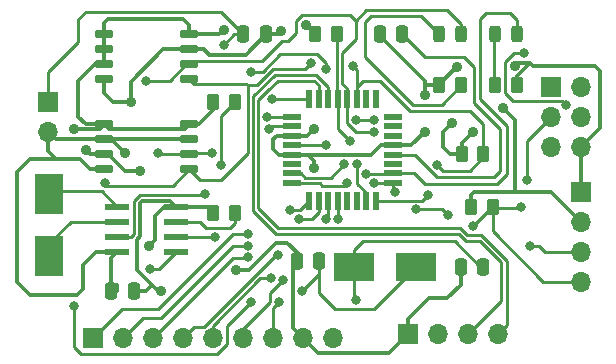
<source format=gtl>
%TF.GenerationSoftware,KiCad,Pcbnew,8.0.5*%
%TF.CreationDate,2025-01-15T00:39:03+05:30*%
%TF.ProjectId,MCU_Datalogger,4d43555f-4461-4746-916c-6f676765722e,1*%
%TF.SameCoordinates,Original*%
%TF.FileFunction,Copper,L1,Top*%
%TF.FilePolarity,Positive*%
%FSLAX46Y46*%
G04 Gerber Fmt 4.6, Leading zero omitted, Abs format (unit mm)*
G04 Created by KiCad (PCBNEW 8.0.5) date 2025-01-15 00:39:03*
%MOMM*%
%LPD*%
G01*
G04 APERTURE LIST*
G04 Aperture macros list*
%AMRoundRect*
0 Rectangle with rounded corners*
0 $1 Rounding radius*
0 $2 $3 $4 $5 $6 $7 $8 $9 X,Y pos of 4 corners*
0 Add a 4 corners polygon primitive as box body*
4,1,4,$2,$3,$4,$5,$6,$7,$8,$9,$2,$3,0*
0 Add four circle primitives for the rounded corners*
1,1,$1+$1,$2,$3*
1,1,$1+$1,$4,$5*
1,1,$1+$1,$6,$7*
1,1,$1+$1,$8,$9*
0 Add four rect primitives between the rounded corners*
20,1,$1+$1,$2,$3,$4,$5,0*
20,1,$1+$1,$4,$5,$6,$7,0*
20,1,$1+$1,$6,$7,$8,$9,0*
20,1,$1+$1,$8,$9,$2,$3,0*%
G04 Aperture macros list end*
%TA.AperFunction,ComponentPad*%
%ADD10R,1.700000X1.700000*%
%TD*%
%TA.AperFunction,ComponentPad*%
%ADD11O,1.700000X1.700000*%
%TD*%
%TA.AperFunction,SMDPad,CuDef*%
%ADD12RoundRect,0.150000X-0.650000X-0.150000X0.650000X-0.150000X0.650000X0.150000X-0.650000X0.150000X0*%
%TD*%
%TA.AperFunction,SMDPad,CuDef*%
%ADD13RoundRect,0.250000X-0.262500X-0.450000X0.262500X-0.450000X0.262500X0.450000X-0.262500X0.450000X0*%
%TD*%
%TA.AperFunction,SMDPad,CuDef*%
%ADD14RoundRect,0.243750X-0.243750X-0.456250X0.243750X-0.456250X0.243750X0.456250X-0.243750X0.456250X0*%
%TD*%
%TA.AperFunction,SMDPad,CuDef*%
%ADD15R,3.500000X2.400000*%
%TD*%
%TA.AperFunction,SMDPad,CuDef*%
%ADD16RoundRect,0.250000X-0.250000X-0.475000X0.250000X-0.475000X0.250000X0.475000X-0.250000X0.475000X0*%
%TD*%
%TA.AperFunction,SMDPad,CuDef*%
%ADD17R,1.500000X0.550000*%
%TD*%
%TA.AperFunction,SMDPad,CuDef*%
%ADD18R,0.550000X1.500000*%
%TD*%
%TA.AperFunction,SMDPad,CuDef*%
%ADD19RoundRect,0.250000X0.250000X0.475000X-0.250000X0.475000X-0.250000X-0.475000X0.250000X-0.475000X0*%
%TD*%
%TA.AperFunction,SMDPad,CuDef*%
%ADD20R,2.400000X3.500000*%
%TD*%
%TA.AperFunction,SMDPad,CuDef*%
%ADD21RoundRect,0.073750X-0.911250X-0.221250X0.911250X-0.221250X0.911250X0.221250X-0.911250X0.221250X0*%
%TD*%
%TA.AperFunction,ViaPad*%
%ADD22C,0.800000*%
%TD*%
%TA.AperFunction,ViaPad*%
%ADD23C,0.900000*%
%TD*%
%TA.AperFunction,Conductor*%
%ADD24C,0.250000*%
%TD*%
%TA.AperFunction,Conductor*%
%ADD25C,0.350000*%
%TD*%
G04 APERTURE END LIST*
D10*
%TO.P,BT1,1,+*%
%TO.N,Net-(BT1-+)*%
X128905000Y-105410000D03*
D11*
%TO.P,BT1,2,-*%
%TO.N,GND*%
X128905000Y-107950000D03*
%TD*%
D12*
%TO.P,U2,1,A0*%
%TO.N,/Vcc*%
X133655000Y-107315000D03*
%TO.P,U2,2,A1*%
%TO.N,GND*%
X133655000Y-108585000D03*
%TO.P,U2,3,A2*%
%TO.N,/Vcc*%
X133655000Y-109855000D03*
%TO.P,U2,4,GND*%
%TO.N,GND*%
X133655000Y-111125000D03*
%TO.P,U2,5,SDA*%
%TO.N,/SDA*%
X140855000Y-111125000D03*
%TO.P,U2,6,SCL*%
%TO.N,/SCK*%
X140855000Y-109855000D03*
%TO.P,U2,7,WP*%
%TO.N,GND*%
X140855000Y-108585000D03*
%TO.P,U2,8,VCC*%
%TO.N,/Vcc*%
X140855000Y-107315000D03*
%TD*%
D13*
%TO.P,R2,1*%
%TO.N,/Vcc*%
X163910000Y-109855000D03*
%TO.P,R2,2*%
%TO.N,/SDA*%
X165735000Y-109855000D03*
%TD*%
D14*
%TO.P,D1,1,K*%
%TO.N,Net-(D1-K)*%
X166702500Y-99695000D03*
%TO.P,D1,2,A*%
%TO.N,Net-(BT1-+)*%
X168577500Y-99695000D03*
%TD*%
D10*
%TO.P,J1,1,Pin_1*%
%TO.N,GND*%
X173990000Y-113030000D03*
D11*
%TO.P,J1,2,Pin_2*%
%TO.N,/Vcc*%
X173990000Y-115570000D03*
%TO.P,J1,3,Pin_3*%
%TO.N,/SDA*%
X173990000Y-118110000D03*
%TO.P,J1,4,Pin_4*%
%TO.N,/SCK*%
X173990000Y-120650000D03*
%TD*%
D13*
%TO.P,R7,1*%
%TO.N,/Vcc*%
X142851500Y-105410000D03*
%TO.P,R7,2*%
%TO.N,Net-(U3-~{INTA})*%
X144676500Y-105410000D03*
%TD*%
D15*
%TO.P,Y1,1,1*%
%TO.N,Net-(U4-PB7)*%
X154820000Y-119380000D03*
%TO.P,Y1,2,2*%
%TO.N,Net-(U4-PB6)*%
X160020000Y-119380000D03*
%TD*%
D10*
%TO.P,J2,1,Pin_1*%
%TO.N,GND*%
X159385000Y-125095000D03*
D11*
%TO.P,J2,2,Pin_2*%
%TO.N,/Vcc*%
X161925000Y-125095000D03*
%TO.P,J2,3,Pin_3*%
%TO.N,/RX*%
X164465000Y-125095000D03*
%TO.P,J2,4,Pin_4*%
%TO.N,/TX*%
X167005000Y-125095000D03*
%TD*%
D14*
%TO.P,D2,1,K*%
%TO.N,Net-(D2-K)*%
X161955000Y-99695000D03*
%TO.P,D2,2,A*%
%TO.N,/SCK*%
X163830000Y-99695000D03*
%TD*%
D16*
%TO.P,C1,1*%
%TO.N,GND*%
X156977000Y-99695000D03*
%TO.P,C1,2*%
%TO.N,Net-(U4-AREF)*%
X158877000Y-99695000D03*
%TD*%
%TO.P,C5,1*%
%TO.N,Net-(BT1-+)*%
X145420000Y-99695000D03*
%TO.P,C5,2*%
%TO.N,GND*%
X147320000Y-99695000D03*
%TD*%
D12*
%TO.P,U1,1,A0*%
%TO.N,/Vcc*%
X133655000Y-99695000D03*
%TO.P,U1,2,A1*%
X133655000Y-100965000D03*
%TO.P,U1,3,A2*%
X133655000Y-102235000D03*
%TO.P,U1,4,GND*%
%TO.N,GND*%
X133655000Y-103505000D03*
%TO.P,U1,5,SDA*%
%TO.N,/SDA*%
X140855000Y-103505000D03*
%TO.P,U1,6,SCL*%
%TO.N,/SCK*%
X140855000Y-102235000D03*
%TO.P,U1,7,WP*%
%TO.N,GND*%
X140855000Y-100965000D03*
%TO.P,U1,8,VCC*%
%TO.N,/Vcc*%
X140855000Y-99695000D03*
%TD*%
D13*
%TO.P,R3,1*%
%TO.N,/Vcc*%
X151487500Y-99695000D03*
%TO.P,R3,2*%
%TO.N,/RESET*%
X153312500Y-99695000D03*
%TD*%
D17*
%TO.P,U4,1,PD3*%
%TO.N,/D3*%
X149515000Y-106680000D03*
%TO.P,U4,2,PD4*%
%TO.N,/D4*%
X149515000Y-107480000D03*
%TO.P,U4,3,GND*%
%TO.N,GND*%
X149515000Y-108280000D03*
%TO.P,U4,4,VCC*%
%TO.N,Net-(BT1-+)*%
X149515000Y-109080000D03*
%TO.P,U4,5,GND*%
%TO.N,GND*%
X149515000Y-109880000D03*
%TO.P,U4,6,VCC*%
%TO.N,unconnected-(U4-VCC-Pad6)*%
X149515000Y-110680000D03*
%TO.P,U4,7,PB6*%
%TO.N,Net-(U4-PB6)*%
X149515000Y-111480000D03*
%TO.P,U4,8,PB7*%
%TO.N,Net-(U4-PB7)*%
X149515000Y-112280000D03*
D18*
%TO.P,U4,9,PD5*%
%TO.N,/D5*%
X151015000Y-113780000D03*
%TO.P,U4,10,PD6*%
%TO.N,/D6*%
X151815000Y-113780000D03*
%TO.P,U4,11,PD7*%
%TO.N,/D7*%
X152615000Y-113780000D03*
%TO.P,U4,12,PB0*%
%TO.N,/D8*%
X153415000Y-113780000D03*
%TO.P,U4,13,PB1*%
%TO.N,unconnected-(U4-PB1-Pad13)*%
X154215000Y-113780000D03*
%TO.P,U4,14,PB2*%
%TO.N,unconnected-(U4-PB2-Pad14)*%
X155015000Y-113780000D03*
%TO.P,U4,15,PB3*%
%TO.N,/MOSI*%
X155815000Y-113780000D03*
%TO.P,U4,16,PB4*%
%TO.N,/MISO*%
X156615000Y-113780000D03*
D17*
%TO.P,U4,17,PB5*%
%TO.N,/SCK*%
X158115000Y-112280000D03*
%TO.P,U4,18,AVCC*%
%TO.N,Net-(BT1-+)*%
X158115000Y-111480000D03*
%TO.P,U4,19,ADC6*%
%TO.N,unconnected-(U4-ADC6-Pad19)*%
X158115000Y-110680000D03*
%TO.P,U4,20,AREF*%
%TO.N,Net-(U4-AREF)*%
X158115000Y-109880000D03*
%TO.P,U4,21,GND*%
%TO.N,GND*%
X158115000Y-109080000D03*
%TO.P,U4,22,ADC7*%
%TO.N,unconnected-(U4-ADC7-Pad22)*%
X158115000Y-108280000D03*
%TO.P,U4,23,PC0*%
%TO.N,unconnected-(U4-PC0-Pad23)*%
X158115000Y-107480000D03*
%TO.P,U4,24,PC1*%
%TO.N,unconnected-(U4-PC1-Pad24)*%
X158115000Y-106680000D03*
D18*
%TO.P,U4,25,PC2*%
%TO.N,unconnected-(U4-PC2-Pad25)*%
X156615000Y-105180000D03*
%TO.P,U4,26,PC3*%
%TO.N,unconnected-(U4-PC3-Pad26)*%
X155815000Y-105180000D03*
%TO.P,U4,27,PC4*%
%TO.N,/SDA*%
X155015000Y-105180000D03*
%TO.P,U4,28,PC5*%
%TO.N,/SCK*%
X154215000Y-105180000D03*
%TO.P,U4,29,PC6/~{RESET}*%
%TO.N,/RESET*%
X153415000Y-105180000D03*
%TO.P,U4,30,PD0*%
%TO.N,/RX*%
X152615000Y-105180000D03*
%TO.P,U4,31,PD1*%
%TO.N,/TX*%
X151815000Y-105180000D03*
%TO.P,U4,32,PD2*%
%TO.N,/D2*%
X151015000Y-105180000D03*
%TD*%
D19*
%TO.P,C2,1*%
%TO.N,/Vcc*%
X136144000Y-121412000D03*
%TO.P,C2,2*%
%TO.N,GND*%
X134244000Y-121412000D03*
%TD*%
D10*
%TO.P,J4,1,Pin_1*%
%TO.N,/MISO*%
X171450000Y-104140000D03*
D11*
%TO.P,J4,2,Pin_2*%
%TO.N,/Vcc*%
X173990000Y-104140000D03*
%TO.P,J4,3,Pin_3*%
%TO.N,/SCK*%
X171450000Y-106680000D03*
%TO.P,J4,4,Pin_4*%
%TO.N,/MOSI*%
X173990000Y-106680000D03*
%TO.P,J4,5,Pin_5*%
%TO.N,/RESET*%
X171450000Y-109220000D03*
%TO.P,J4,6,Pin_6*%
%TO.N,GND*%
X173990000Y-109220000D03*
%TD*%
D13*
%TO.P,R1,1*%
%TO.N,Net-(D1-K)*%
X166727500Y-104013000D03*
%TO.P,R1,2*%
%TO.N,GND*%
X168552500Y-104013000D03*
%TD*%
D16*
%TO.P,C4,1*%
%TO.N,GND*%
X149926000Y-118872000D03*
%TO.P,C4,2*%
%TO.N,Net-(U4-PB6)*%
X151826000Y-118872000D03*
%TD*%
%TO.P,C3,1*%
%TO.N,GND*%
X163835000Y-119380000D03*
%TO.P,C3,2*%
%TO.N,Net-(U4-PB7)*%
X165735000Y-119380000D03*
%TD*%
D10*
%TO.P,J3,1,Pin_1*%
%TO.N,/D2*%
X132689600Y-125425200D03*
D11*
%TO.P,J3,2,Pin_2*%
%TO.N,/D3*%
X135229600Y-125425200D03*
%TO.P,J3,3,Pin_3*%
%TO.N,/D4*%
X137769600Y-125425200D03*
%TO.P,J3,4,Pin_4*%
%TO.N,/D5*%
X140309600Y-125425200D03*
%TO.P,J3,5,Pin_5*%
%TO.N,/D6*%
X142849600Y-125425200D03*
%TO.P,J3,6,Pin_6*%
%TO.N,/D7*%
X145389600Y-125425200D03*
%TO.P,J3,7,Pin_7*%
%TO.N,/D8*%
X147929600Y-125425200D03*
%TO.P,J3,8,Pin_8*%
%TO.N,GND*%
X150469600Y-125425200D03*
%TO.P,J3,9,Pin_9*%
%TO.N,/Vcc*%
X153009600Y-125425200D03*
%TD*%
D20*
%TO.P,Y2,1,1*%
%TO.N,Net-(U3-X2)*%
X128981200Y-118424000D03*
%TO.P,Y2,2,2*%
%TO.N,Net-(U3-X1)*%
X128981200Y-113224000D03*
%TD*%
D13*
%TO.P,R4,1*%
%TO.N,GND*%
X162028500Y-104013000D03*
%TO.P,R4,2*%
%TO.N,Net-(D2-K)*%
X163853500Y-104013000D03*
%TD*%
%TO.P,R6,1*%
%TO.N,/Vcc*%
X142851500Y-114808000D03*
%TO.P,R6,2*%
%TO.N,Net-(U3-SQW{slash}~INT)*%
X144676500Y-114808000D03*
%TD*%
%TO.P,R5,1*%
%TO.N,/Vcc*%
X164695500Y-114300000D03*
%TO.P,R5,2*%
%TO.N,/SCK*%
X166520500Y-114300000D03*
%TD*%
D21*
%TO.P,U3,1,X1*%
%TO.N,Net-(U3-X1)*%
X134750000Y-114300000D03*
%TO.P,U3,2,X2*%
%TO.N,Net-(U3-X2)*%
X134750000Y-115570000D03*
%TO.P,U3,3,~{INTA}*%
%TO.N,Net-(U3-~{INTA})*%
X134750000Y-116840000D03*
%TO.P,U3,4,GND*%
%TO.N,GND*%
X134750000Y-118110000D03*
%TO.P,U3,5,SDA*%
%TO.N,/SDA*%
X139700000Y-118110000D03*
%TO.P,U3,6,SCL*%
%TO.N,/SCK*%
X139700000Y-116840000D03*
%TO.P,U3,7,SQW/~INT*%
%TO.N,Net-(U3-SQW{slash}~INT)*%
X139700000Y-115570000D03*
%TO.P,U3,8,VCC*%
%TO.N,/Vcc*%
X139700000Y-114300000D03*
%TD*%
D22*
%TO.N,Net-(BT1-+)*%
X143764000Y-100584000D03*
X155800304Y-111506000D03*
X152400000Y-109055000D03*
D23*
%TO.N,GND*%
X151384000Y-110998000D03*
X163500636Y-102425000D03*
X151384000Y-107696000D03*
X135890000Y-105410000D03*
X160782000Y-107950000D03*
X135382000Y-109728000D03*
X148590000Y-99427000D03*
X160782000Y-104839000D03*
X144780000Y-119634000D03*
X168402000Y-102362000D03*
%TO.N,/Vcc*%
X150697364Y-98881364D03*
X132080000Y-109474000D03*
X136652000Y-111252000D03*
X167397864Y-105906136D03*
X131064000Y-107710000D03*
X164846000Y-107950000D03*
X163068000Y-107188000D03*
X137414000Y-117602000D03*
X143764000Y-99314000D03*
X138430000Y-121412000D03*
D22*
%TO.N,Net-(U4-PB7)*%
X154178000Y-112268000D03*
X154940000Y-122174000D03*
%TO.N,Net-(U4-PB6)*%
X146050000Y-122365000D03*
X150431000Y-121412000D03*
X152400000Y-102616000D03*
X146050000Y-102870000D03*
X153924000Y-110705000D03*
X131064000Y-122682000D03*
%TO.N,/SCK*%
X142748000Y-109728000D03*
X164846000Y-115955552D03*
X169418000Y-112014000D03*
X156475540Y-112243606D03*
X160059696Y-114504999D03*
X143002000Y-116840000D03*
X138176000Y-109728000D03*
X137160000Y-103632000D03*
X162761256Y-115034803D03*
X168910000Y-114300000D03*
X156464000Y-107950000D03*
X158242000Y-113030000D03*
%TO.N,/SDA*%
X133688110Y-112302006D03*
X161802653Y-110739347D03*
X154686000Y-102362000D03*
X137489364Y-119558636D03*
X169672000Y-117602000D03*
X151134653Y-102112653D03*
%TO.N,/D8*%
X153416000Y-115353000D03*
X148405000Y-122365000D03*
%TO.N,/D6*%
X147757948Y-120349299D03*
X150114000Y-115353000D03*
%TO.N,/D5*%
X148373000Y-118364000D03*
X149352000Y-114554000D03*
%TO.N,/D7*%
X148781000Y-120523000D03*
X152400000Y-115353000D03*
%TO.N,/D4*%
X147574000Y-107696000D03*
X145796000Y-118586006D03*
%TO.N,/D2*%
X145796000Y-116586000D03*
X147828000Y-105156000D03*
%TO.N,/D3*%
X147421000Y-106680000D03*
X145796000Y-117586003D03*
%TO.N,/RESET*%
X169164000Y-101283000D03*
X172720000Y-105664000D03*
X156464000Y-106934000D03*
X154944653Y-106929347D03*
X154432000Y-108712000D03*
%TO.N,/MISO*%
X161036000Y-113284000D03*
%TO.N,/MOSI*%
X155075304Y-110705000D03*
%TO.N,Net-(U3-~{INTA})*%
X142217786Y-113246193D03*
X143510000Y-110744000D03*
%TD*%
D24*
%TO.N,/SDA*%
X133908104Y-112522000D02*
X139458000Y-112522000D01*
X133688110Y-112302006D02*
X133908104Y-112522000D01*
X139458000Y-112522000D02*
X140855000Y-111125000D01*
%TO.N,Net-(U4-PB6)*%
X143190501Y-126746000D02*
X144024600Y-125911901D01*
X144024600Y-125911901D02*
X144024600Y-124390400D01*
X144024600Y-124390400D02*
X146050000Y-122365000D01*
X131660400Y-126746000D02*
X143190501Y-126746000D01*
X131064000Y-126149600D02*
X131660400Y-126746000D01*
X131064000Y-122682000D02*
X131064000Y-126149600D01*
D25*
%TO.N,GND*%
X175601000Y-102790000D02*
X175601000Y-107609000D01*
X175173000Y-102362000D02*
X175601000Y-102790000D01*
X175601000Y-107609000D02*
X173990000Y-109220000D01*
X169926000Y-102362000D02*
X175173000Y-102362000D01*
X169672000Y-102108000D02*
X169926000Y-102362000D01*
D24*
%TO.N,Net-(BT1-+)*%
X145420000Y-99695000D02*
X144653000Y-99695000D01*
X160782000Y-112395000D02*
X159867000Y-111480000D01*
X144653000Y-99695000D02*
X143764000Y-100584000D01*
X143515000Y-97790000D02*
X145420000Y-99695000D01*
X168577500Y-98473500D02*
X168021000Y-97917000D01*
X167767000Y-111506000D02*
X166878000Y-112395000D01*
X128905000Y-102870000D02*
X131445000Y-100330000D01*
X165989000Y-97917000D02*
X165481000Y-98425000D01*
X149515000Y-109080000D02*
X152375000Y-109080000D01*
X166878000Y-112395000D02*
X160782000Y-112395000D01*
X152375000Y-109080000D02*
X152400000Y-109055000D01*
X165481000Y-98425000D02*
X165481000Y-105156000D01*
X131445000Y-100330000D02*
X131445000Y-98425000D01*
X168577500Y-99695000D02*
X168577500Y-98473500D01*
X159867000Y-111480000D02*
X158115000Y-111480000D01*
X167767000Y-107442000D02*
X167767000Y-111506000D01*
X132080000Y-97790000D02*
X143515000Y-97790000D01*
X131445000Y-98425000D02*
X132080000Y-97790000D01*
X168021000Y-97917000D02*
X165989000Y-97917000D01*
X158089000Y-111506000D02*
X158115000Y-111480000D01*
X165481000Y-105156000D02*
X167767000Y-107442000D01*
X155800304Y-111506000D02*
X158089000Y-111506000D01*
X128905000Y-105410000D02*
X128905000Y-102870000D01*
D25*
%TO.N,GND*%
X159652000Y-109080000D02*
X160782000Y-107950000D01*
X140855000Y-100965000D02*
X142113000Y-100965000D01*
X131572000Y-110236000D02*
X129540000Y-110236000D01*
X134244000Y-118616000D02*
X134750000Y-118110000D01*
X133655000Y-108585000D02*
X140855000Y-108585000D01*
X160782000Y-104013000D02*
X162028500Y-104013000D01*
X128905000Y-109601000D02*
X128905000Y-107950000D01*
X151384000Y-110998000D02*
X151384000Y-110388000D01*
X126238000Y-111379000D02*
X127381000Y-110236000D01*
X168656000Y-102108000D02*
X169672000Y-102108000D01*
X128905000Y-107950000D02*
X129540000Y-108585000D01*
X158115000Y-109080000D02*
X159652000Y-109080000D01*
X142113000Y-100965000D02*
X142557000Y-101409000D01*
X134686000Y-121412000D02*
X134686000Y-120904000D01*
X135890000Y-105410000D02*
X134366000Y-105410000D01*
X168552500Y-104013000D02*
X168552500Y-103227500D01*
X148322000Y-99695000D02*
X147320000Y-99695000D01*
X150469600Y-125425200D02*
X151744600Y-126700200D01*
X150876000Y-109880000D02*
X156240000Y-109880000D01*
X132969000Y-118110000D02*
X131826000Y-119253000D01*
X156240000Y-109880000D02*
X157040000Y-109080000D01*
X149926000Y-118872000D02*
X149606000Y-119192000D01*
X151384000Y-110388000D02*
X150876000Y-109880000D01*
X161163000Y-122047000D02*
X162687000Y-122047000D01*
X135890000Y-105410000D02*
X135890000Y-103735273D01*
X151384000Y-107696000D02*
X150800000Y-108280000D01*
X150800000Y-108280000D02*
X149515000Y-108280000D01*
X151744600Y-126700200D02*
X157779800Y-126700200D01*
X156977000Y-99827000D02*
X160782000Y-103632000D01*
X148440000Y-109880000D02*
X149515000Y-109880000D01*
X135890000Y-103735273D02*
X138660273Y-100965000D01*
X162687000Y-122047000D02*
X163835000Y-120899000D01*
X149926000Y-118872000D02*
X149926000Y-118147000D01*
X133655000Y-108585000D02*
X134239000Y-108585000D01*
X157779800Y-126700200D02*
X159385000Y-125095000D01*
X145606000Y-101409000D02*
X147320000Y-99695000D01*
X149606000Y-124561600D02*
X150469600Y-125425200D01*
X159385000Y-123825000D02*
X161163000Y-122047000D01*
X147955000Y-109395000D02*
X148440000Y-109880000D01*
X149926000Y-118147000D02*
X149127000Y-117348000D01*
X147955000Y-108585000D02*
X147955000Y-109395000D01*
X133655000Y-104699000D02*
X133655000Y-103505000D01*
X149606000Y-119192000D02*
X149606000Y-124561600D01*
X149515000Y-109880000D02*
X150876000Y-109880000D01*
X132461000Y-111125000D02*
X131572000Y-110236000D01*
X157040000Y-109080000D02*
X158115000Y-109080000D01*
X142557000Y-101409000D02*
X145606000Y-101409000D01*
X131318000Y-121793000D02*
X127381000Y-121793000D01*
X145914733Y-119634000D02*
X144780000Y-119634000D01*
X134239000Y-108585000D02*
X135382000Y-109728000D01*
X127381000Y-121793000D02*
X126238000Y-120650000D01*
X131826000Y-119253000D02*
X131826000Y-121285000D01*
X162028500Y-104013000D02*
X162028500Y-103897136D01*
X156977000Y-99695000D02*
X156977000Y-99827000D01*
X160782000Y-104839000D02*
X160782000Y-104013000D01*
X148260000Y-108280000D02*
X147955000Y-108585000D01*
X163835000Y-120899000D02*
X163835000Y-119380000D01*
X127381000Y-110236000D02*
X129540000Y-110236000D01*
X159385000Y-125095000D02*
X159385000Y-123825000D01*
X162028500Y-103897136D02*
X163500636Y-102425000D01*
X173990000Y-109220000D02*
X173990000Y-113030000D01*
X168402000Y-102362000D02*
X168656000Y-102108000D01*
X129540000Y-108585000D02*
X133655000Y-108585000D01*
X126238000Y-120650000D02*
X126238000Y-111379000D01*
X134244000Y-121412000D02*
X134244000Y-118616000D01*
X149515000Y-108280000D02*
X148260000Y-108280000D01*
X133655000Y-111125000D02*
X132461000Y-111125000D01*
X148200733Y-117348000D02*
X145914733Y-119634000D01*
X129540000Y-110236000D02*
X128905000Y-109601000D01*
X131826000Y-121285000D02*
X131318000Y-121793000D01*
X138660273Y-100965000D02*
X140855000Y-100965000D01*
X149127000Y-117348000D02*
X148200733Y-117348000D01*
X134366000Y-105410000D02*
X133655000Y-104699000D01*
X160782000Y-103632000D02*
X160782000Y-104013000D01*
X168552500Y-103227500D02*
X169672000Y-102108000D01*
X148590000Y-99427000D02*
X148322000Y-99695000D01*
X134750000Y-118110000D02*
X132969000Y-118110000D01*
D24*
%TO.N,Net-(U4-AREF)*%
X159918000Y-109880000D02*
X158115000Y-109880000D01*
X167132000Y-107696000D02*
X167132000Y-111252000D01*
X164973000Y-105537000D02*
X167132000Y-107696000D01*
X164084000Y-101600000D02*
X164973000Y-102489000D01*
X166624000Y-111760000D02*
X161798000Y-111760000D01*
X158877000Y-99695000D02*
X160782000Y-101600000D01*
X160782000Y-101600000D02*
X164084000Y-101600000D01*
X167132000Y-111252000D02*
X166624000Y-111760000D01*
X164973000Y-102489000D02*
X164973000Y-105537000D01*
X161798000Y-111760000D02*
X159918000Y-109880000D01*
D25*
%TO.N,/Vcc*%
X136694000Y-116813818D02*
X136694000Y-114019818D01*
X133985000Y-98425000D02*
X140335000Y-98425000D01*
X164973000Y-113030000D02*
X168402000Y-113030000D01*
X163910000Y-108886000D02*
X164846000Y-107950000D01*
X133655000Y-109855000D02*
X134002328Y-109855000D01*
X137160000Y-121412000D02*
X137668000Y-120904000D01*
X162306000Y-107950000D02*
X163068000Y-107188000D01*
X132080000Y-107315000D02*
X131445000Y-106680000D01*
X133655000Y-100965000D02*
X133655000Y-102235000D01*
X136398000Y-119634000D02*
X136398000Y-117109818D01*
X168402000Y-106910272D02*
X168402000Y-113030000D01*
X138176000Y-121412000D02*
X137668000Y-120904000D01*
X138430000Y-121412000D02*
X138176000Y-121412000D01*
X137922000Y-117094000D02*
X137922000Y-115093000D01*
X164695500Y-113307500D02*
X164973000Y-113030000D01*
X139234000Y-113834000D02*
X139700000Y-114300000D01*
X137668000Y-120904000D02*
X136398000Y-119634000D01*
X133655000Y-99695000D02*
X133655000Y-98755000D01*
X171450000Y-113030000D02*
X173990000Y-115570000D01*
X131445000Y-106680000D02*
X131445000Y-103645001D01*
X140855000Y-98945000D02*
X140855000Y-99695000D01*
X140335000Y-98425000D02*
X140855000Y-98945000D01*
X133655000Y-107315000D02*
X134036000Y-107696000D01*
X136398000Y-117109818D02*
X136694000Y-116813818D01*
X132461000Y-109855000D02*
X132080000Y-109474000D01*
X142748000Y-114300000D02*
X142851500Y-114403500D01*
X137414000Y-117602000D02*
X137922000Y-117094000D01*
X134002328Y-109855000D02*
X135399328Y-111252000D01*
X150697364Y-98904864D02*
X151487500Y-99695000D01*
X162306000Y-109220000D02*
X162306000Y-107950000D01*
X167397864Y-105906136D02*
X168402000Y-106910272D01*
X150697364Y-98881364D02*
X150697364Y-98904864D01*
X133260000Y-107710000D02*
X133655000Y-107315000D01*
X136144000Y-121412000D02*
X137160000Y-121412000D01*
X133655000Y-99695000D02*
X133655000Y-100965000D01*
X142851500Y-114403500D02*
X142851500Y-114554000D01*
X137922000Y-115093000D02*
X138715000Y-114300000D01*
X134036000Y-107696000D02*
X140474000Y-107696000D01*
X164695500Y-114300000D02*
X164695500Y-113307500D01*
X141654999Y-107315000D02*
X142851500Y-106118499D01*
X168402000Y-113030000D02*
X171450000Y-113030000D01*
X140474000Y-107696000D02*
X140855000Y-107315000D01*
X131445000Y-103645001D02*
X132855001Y-102235000D01*
X143383000Y-99695000D02*
X140855000Y-99695000D01*
X133655000Y-107315000D02*
X132080000Y-107315000D01*
X135399328Y-111252000D02*
X136652000Y-111252000D01*
X143764000Y-99314000D02*
X143383000Y-99695000D01*
X139700000Y-114300000D02*
X142748000Y-114300000D01*
X140855000Y-107315000D02*
X141654999Y-107315000D01*
X163910000Y-109855000D02*
X162941000Y-109855000D01*
X138715000Y-114300000D02*
X139700000Y-114300000D01*
X133655000Y-109855000D02*
X132461000Y-109855000D01*
X136694000Y-114019818D02*
X136879818Y-113834000D01*
X131064000Y-107710000D02*
X133260000Y-107710000D01*
X133655000Y-98755000D02*
X133985000Y-98425000D01*
X163910000Y-109855000D02*
X163910000Y-108886000D01*
X142851500Y-106118499D02*
X142851500Y-105410000D01*
X136879818Y-113834000D02*
X139234000Y-113834000D01*
X162941000Y-109855000D02*
X162306000Y-109220000D01*
X132855001Y-102235000D02*
X133655000Y-102235000D01*
D24*
%TO.N,Net-(U4-PB7)*%
X152122000Y-112522000D02*
X151880000Y-112280000D01*
X153924000Y-112522000D02*
X152122000Y-112522000D01*
X163322000Y-117221000D02*
X155575000Y-117221000D01*
X165481000Y-119380000D02*
X163322000Y-117221000D01*
X154820000Y-119380000D02*
X154820000Y-122054000D01*
X154178000Y-112268000D02*
X153924000Y-112522000D01*
X165735000Y-119380000D02*
X165481000Y-119380000D01*
X151880000Y-112280000D02*
X149515000Y-112280000D01*
X154820000Y-117976000D02*
X154820000Y-119380000D01*
X155575000Y-117221000D02*
X154820000Y-117976000D01*
X154820000Y-122054000D02*
X154940000Y-122174000D01*
%TO.N,Net-(U4-PB6)*%
X146050000Y-102870000D02*
X147063208Y-102870000D01*
X151826000Y-121600000D02*
X153162000Y-122936000D01*
X151826000Y-118872000D02*
X151826000Y-121600000D01*
X152400000Y-102108000D02*
X152400000Y-102616000D01*
X147063208Y-102870000D02*
X148545555Y-101387653D01*
X151679653Y-101387653D02*
X152400000Y-102108000D01*
X156464000Y-122936000D02*
X160020000Y-119380000D01*
X150342000Y-111480000D02*
X149515000Y-111480000D01*
X153924000Y-110705000D02*
X152806000Y-111823000D01*
X150685000Y-111823000D02*
X150342000Y-111480000D01*
X153162000Y-122936000D02*
X156464000Y-122936000D01*
X152806000Y-111823000D02*
X150685000Y-111823000D01*
X148545555Y-101387653D02*
X151679653Y-101387653D01*
X151826000Y-118872000D02*
X151826000Y-120017000D01*
X151826000Y-120017000D02*
X150431000Y-121412000D01*
%TO.N,Net-(D1-K)*%
X166624000Y-103909500D02*
X166727500Y-104013000D01*
X166702500Y-99695000D02*
X166624000Y-99773500D01*
X166624000Y-99773500D02*
X166624000Y-103909500D01*
%TO.N,/SCK*%
X158115000Y-112903000D02*
X158242000Y-113030000D01*
X163830000Y-99695000D02*
X163830000Y-98806000D01*
X168783000Y-114427000D02*
X166647500Y-114427000D01*
X162687000Y-97663000D02*
X155829000Y-97663000D01*
X164846000Y-115955552D02*
X166501552Y-114300000D01*
X158078606Y-112243606D02*
X158115000Y-112280000D01*
X140589000Y-102235000D02*
X139192000Y-103632000D01*
X140982000Y-109728000D02*
X140855000Y-109855000D01*
X142748000Y-109728000D02*
X140982000Y-109728000D01*
X154432000Y-98044000D02*
X154940000Y-98552000D01*
X170815000Y-120650000D02*
X173990000Y-120650000D01*
X166501552Y-114300000D02*
X166520500Y-114300000D01*
X154215000Y-104305000D02*
X154215000Y-105180000D01*
X154940000Y-107950000D02*
X154215000Y-107225000D01*
X139192000Y-103632000D02*
X137160000Y-103632000D01*
X158115000Y-112280000D02*
X158115000Y-112903000D01*
X166520500Y-116355500D02*
X170815000Y-120650000D01*
X163830000Y-98806000D02*
X162687000Y-97663000D01*
X153762500Y-101253500D02*
X153762500Y-103852500D01*
X149860000Y-98552000D02*
X150368000Y-98044000D01*
X140855000Y-102235000D02*
X140589000Y-102235000D01*
X166647500Y-114427000D02*
X166520500Y-114300000D01*
X154940000Y-98552000D02*
X154940000Y-100076000D01*
X149860000Y-99568002D02*
X149860000Y-98552000D01*
X149176002Y-100252000D02*
X149860000Y-99568002D01*
X153762500Y-103852500D02*
X154215000Y-104305000D01*
X139700000Y-116840000D02*
X143002000Y-116840000D01*
X168910000Y-114300000D02*
X168783000Y-114427000D01*
X146961000Y-101959000D02*
X148668000Y-100252000D01*
X166520500Y-114300000D02*
X166520500Y-116355500D01*
X160059696Y-114504999D02*
X162231452Y-114504999D01*
X169418000Y-108712000D02*
X171450000Y-106680000D01*
X155829000Y-97663000D02*
X154940000Y-98552000D01*
X169418000Y-112014000D02*
X169418000Y-108712000D01*
X154940000Y-100076000D02*
X153762500Y-101253500D01*
X154215000Y-107225000D02*
X154215000Y-105180000D01*
X138303000Y-109855000D02*
X140855000Y-109855000D01*
X141131000Y-101959000D02*
X146961000Y-101959000D01*
X156464000Y-107950000D02*
X154940000Y-107950000D01*
X148668000Y-100252000D02*
X149176002Y-100252000D01*
X162231452Y-114504999D02*
X162761256Y-115034803D01*
X156475540Y-112243606D02*
X158078606Y-112243606D01*
X138176000Y-109728000D02*
X138303000Y-109855000D01*
X140855000Y-102235000D02*
X141131000Y-101959000D01*
X150368000Y-98044000D02*
X154432000Y-98044000D01*
%TO.N,Net-(D2-K)*%
X155702000Y-101600000D02*
X159766000Y-105664000D01*
X161955000Y-99695000D02*
X160431000Y-98171000D01*
X155702000Y-98679000D02*
X155702000Y-101600000D01*
X162202500Y-105664000D02*
X163853500Y-104013000D01*
X156210000Y-98171000D02*
X155702000Y-98679000D01*
X159766000Y-105664000D02*
X162202500Y-105664000D01*
X160431000Y-98171000D02*
X156210000Y-98171000D01*
%TO.N,/SDA*%
X141236000Y-103886000D02*
X145669000Y-103886000D01*
X165735000Y-109855000D02*
X165735000Y-107315000D01*
X165735000Y-107315000D02*
X164592000Y-106172000D01*
X147953604Y-102616000D02*
X146556604Y-104013000D01*
X170434000Y-117602000D02*
X170942000Y-118110000D01*
X145796000Y-109728000D02*
X143510000Y-112014000D01*
X159512000Y-106172000D02*
X156972000Y-103632000D01*
X150631306Y-102616000D02*
X147953604Y-102616000D01*
X146556604Y-104013000D02*
X145796000Y-104013000D01*
X170942000Y-118110000D02*
X173990000Y-118110000D01*
X155015000Y-102691000D02*
X155015000Y-105180000D01*
X165735000Y-110109000D02*
X164592000Y-111252000D01*
X162315306Y-111252000D02*
X161802653Y-110739347D01*
X140855000Y-103505000D02*
X141236000Y-103886000D01*
X155563000Y-103632000D02*
X155015000Y-104180000D01*
X156972000Y-103632000D02*
X155563000Y-103632000D01*
X154686000Y-102362000D02*
X155015000Y-102691000D01*
X141744000Y-112014000D02*
X140855000Y-111125000D01*
X151134653Y-102112653D02*
X150631306Y-102616000D01*
X169672000Y-117602000D02*
X170434000Y-117602000D01*
X155015000Y-104180000D02*
X155015000Y-105180000D01*
X165735000Y-109855000D02*
X165735000Y-110109000D01*
X139700000Y-118110000D02*
X138251364Y-119558636D01*
X145669000Y-103886000D02*
X145796000Y-104013000D01*
X138251364Y-119558636D02*
X137489364Y-119558636D01*
X164592000Y-111252000D02*
X162315306Y-111252000D01*
X145796000Y-104013000D02*
X145796000Y-109728000D01*
X143510000Y-112014000D02*
X141744000Y-112014000D01*
X164592000Y-106172000D02*
X159512000Y-106172000D01*
%TO.N,/TX*%
X167767000Y-124333000D02*
X167005000Y-125095000D01*
X151430604Y-103632000D02*
X148336000Y-103632000D01*
X165576948Y-116680552D02*
X167767000Y-118870604D01*
X151815000Y-105180000D02*
X151815000Y-104016396D01*
X163767896Y-116078000D02*
X164370448Y-116680552D01*
X147527695Y-104431000D02*
X146696000Y-105262695D01*
X147537000Y-104431000D02*
X147527695Y-104431000D01*
X167767000Y-118870604D02*
X167767000Y-124333000D01*
X164370448Y-116680552D02*
X165576948Y-116680552D01*
X148336000Y-116078000D02*
X163767896Y-116078000D01*
X148336000Y-103632000D02*
X147537000Y-104431000D01*
X146696000Y-105262695D02*
X146696000Y-114438000D01*
X151815000Y-104016396D02*
X151430604Y-103632000D01*
X146696000Y-114438000D02*
X148336000Y-116078000D01*
%TO.N,/RX*%
X165481000Y-117221000D02*
X167259000Y-118999000D01*
X167259000Y-122301000D02*
X164465000Y-125095000D01*
X164274500Y-117221000D02*
X165481000Y-117221000D01*
X167259000Y-118999000D02*
X167259000Y-122301000D01*
X146246000Y-104960000D02*
X146246000Y-114624396D01*
X152615000Y-104180000D02*
X151559000Y-103124000D01*
X146246000Y-114624396D02*
X148207604Y-116586000D01*
X151559000Y-103124000D02*
X148082000Y-103124000D01*
X148082000Y-103124000D02*
X146246000Y-104960000D01*
X163639500Y-116586000D02*
X164274500Y-117221000D01*
X148207604Y-116586000D02*
X163639500Y-116586000D01*
X152615000Y-105180000D02*
X152615000Y-104180000D01*
%TO.N,/D8*%
X147929600Y-125425200D02*
X147929600Y-122840400D01*
X153416000Y-115353000D02*
X153416000Y-113781000D01*
X153416000Y-113781000D02*
X153415000Y-113780000D01*
X147929600Y-122840400D02*
X148405000Y-122365000D01*
%TO.N,/D6*%
X147757948Y-120349299D02*
X146860097Y-120349299D01*
X151815000Y-114780000D02*
X151815000Y-113780000D01*
X142849600Y-124359796D02*
X142849600Y-125425200D01*
X151242000Y-115353000D02*
X151815000Y-114780000D01*
X146860097Y-120349299D02*
X142849600Y-124359796D01*
X150114000Y-115353000D02*
X151242000Y-115353000D01*
%TO.N,/D5*%
X150241000Y-114554000D02*
X151015000Y-113780000D01*
X142055600Y-124517400D02*
X141217400Y-124517400D01*
X149352000Y-114554000D02*
X150241000Y-114554000D01*
X148373000Y-118364000D02*
X148209000Y-118364000D01*
X141217400Y-124517400D02*
X140309600Y-125425200D01*
X148209000Y-118364000D02*
X142055600Y-124517400D01*
%TO.N,/D7*%
X148781000Y-120523000D02*
X147680000Y-121624000D01*
X152400000Y-115353000D02*
X152615000Y-115138000D01*
X152615000Y-115138000D02*
X152615000Y-113780000D01*
X145389600Y-124612400D02*
X145389600Y-125425200D01*
X147680000Y-121624000D02*
X147680000Y-122322000D01*
X147680000Y-122322000D02*
X145389600Y-124612400D01*
%TO.N,/D4*%
X147790000Y-107480000D02*
X149515000Y-107480000D01*
X137769600Y-125425200D02*
X144576800Y-118618000D01*
X147574000Y-107696000D02*
X147790000Y-107480000D01*
X144576800Y-118618000D02*
X145764006Y-118618000D01*
X145764006Y-118618000D02*
X145796000Y-118586006D01*
%TO.N,/D2*%
X135178800Y-122936000D02*
X138176000Y-122936000D01*
X132689600Y-125425200D02*
X135178800Y-122936000D01*
X150991000Y-105156000D02*
X151015000Y-105180000D01*
X147828000Y-105156000D02*
X150991000Y-105156000D01*
X138176000Y-122936000D02*
X144526000Y-116586000D01*
X144526000Y-116586000D02*
X145796000Y-116586000D01*
%TO.N,/D3*%
X147421000Y-106680000D02*
X149515000Y-106680000D01*
X135229600Y-125425200D02*
X136956800Y-123698000D01*
X138430000Y-123698000D02*
X144541997Y-117586003D01*
X144541997Y-117586003D02*
X145796000Y-117586003D01*
X136956800Y-123698000D02*
X138430000Y-123698000D01*
%TO.N,/RESET*%
X153312500Y-99695000D02*
X153312500Y-105077500D01*
X172720000Y-105664000D02*
X172378772Y-105322772D01*
X167577000Y-104640810D02*
X167577000Y-102020273D01*
X172378772Y-105322772D02*
X168258962Y-105322772D01*
X168314273Y-101283000D02*
X169164000Y-101283000D01*
X154432000Y-108712000D02*
X153415000Y-107695000D01*
X153312500Y-105077500D02*
X153415000Y-105180000D01*
X153415000Y-107695000D02*
X153415000Y-105180000D01*
X168258962Y-105322772D02*
X167577000Y-104640810D01*
X154949306Y-106934000D02*
X154944653Y-106929347D01*
X156464000Y-106934000D02*
X154949306Y-106934000D01*
X167577000Y-102020273D02*
X168314273Y-101283000D01*
%TO.N,/MISO*%
X156615000Y-113780000D02*
X160540000Y-113780000D01*
X160540000Y-113780000D02*
X161036000Y-113284000D01*
%TO.N,/MOSI*%
X155815000Y-113072000D02*
X155815000Y-113780000D01*
X155075304Y-112332304D02*
X155815000Y-113072000D01*
X155075304Y-110705000D02*
X155075304Y-112332304D01*
%TO.N,Net-(U3-SQW{slash}~INT)*%
X141732000Y-115570000D02*
X139700000Y-115570000D01*
X144676500Y-114554000D02*
X144676500Y-115673500D01*
X144272000Y-116078000D02*
X142240000Y-116078000D01*
X142240000Y-116078000D02*
X141732000Y-115570000D01*
X144676500Y-115673500D02*
X144272000Y-116078000D01*
%TO.N,Net-(U3-~{INTA})*%
X143510000Y-106576500D02*
X144676500Y-105410000D01*
X142179979Y-113284000D02*
X136652000Y-113284000D01*
X142217786Y-113246193D02*
X142179979Y-113284000D01*
X136652000Y-113284000D02*
X136144000Y-113792000D01*
X136144000Y-116586000D02*
X135890000Y-116840000D01*
X143510000Y-110744000D02*
X143510000Y-106576500D01*
X135890000Y-116840000D02*
X134750000Y-116840000D01*
X136144000Y-113792000D02*
X136144000Y-116586000D01*
%TO.N,Net-(U3-X1)*%
X133429200Y-112979200D02*
X134750000Y-114300000D01*
X128981200Y-113224000D02*
X129226000Y-112979200D01*
X129226000Y-112979200D02*
X133429200Y-112979200D01*
%TO.N,Net-(U3-X2)*%
X128981200Y-117398800D02*
X130810000Y-115570000D01*
X128981200Y-118424000D02*
X128981200Y-117398800D01*
X130810000Y-115570000D02*
X134750000Y-115570000D01*
%TD*%
M02*

</source>
